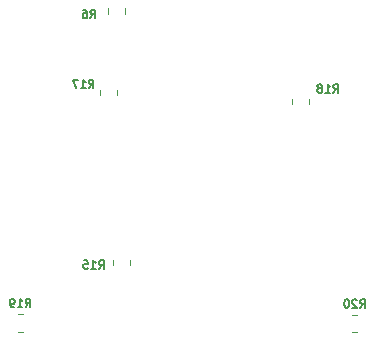
<source format=gbo>
G04 #@! TF.GenerationSoftware,KiCad,Pcbnew,(6.0.6)*
G04 #@! TF.CreationDate,2023-08-29T14:37:19+02:00*
G04 #@! TF.ProjectId,digital-isolator-2t6r,64696769-7461-46c2-9d69-736f6c61746f,rev?*
G04 #@! TF.SameCoordinates,Original*
G04 #@! TF.FileFunction,Legend,Bot*
G04 #@! TF.FilePolarity,Positive*
%FSLAX46Y46*%
G04 Gerber Fmt 4.6, Leading zero omitted, Abs format (unit mm)*
G04 Created by KiCad (PCBNEW (6.0.6)) date 2023-08-29 14:37:19*
%MOMM*%
%LPD*%
G01*
G04 APERTURE LIST*
%ADD10C,0.150000*%
%ADD11C,0.120000*%
%ADD12C,3.200000*%
%ADD13R,1.700000X1.700000*%
%ADD14O,1.700000X1.700000*%
G04 APERTURE END LIST*
D10*
X125570000Y-43396666D02*
X125803333Y-43063333D01*
X125970000Y-43396666D02*
X125970000Y-42696666D01*
X125703333Y-42696666D01*
X125636666Y-42730000D01*
X125603333Y-42763333D01*
X125570000Y-42830000D01*
X125570000Y-42930000D01*
X125603333Y-42996666D01*
X125636666Y-43030000D01*
X125703333Y-43063333D01*
X125970000Y-43063333D01*
X124903333Y-43396666D02*
X125303333Y-43396666D01*
X125103333Y-43396666D02*
X125103333Y-42696666D01*
X125170000Y-42796666D01*
X125236666Y-42863333D01*
X125303333Y-42896666D01*
X124503333Y-42996666D02*
X124570000Y-42963333D01*
X124603333Y-42930000D01*
X124636666Y-42863333D01*
X124636666Y-42830000D01*
X124603333Y-42763333D01*
X124570000Y-42730000D01*
X124503333Y-42696666D01*
X124370000Y-42696666D01*
X124303333Y-42730000D01*
X124270000Y-42763333D01*
X124236666Y-42830000D01*
X124236666Y-42863333D01*
X124270000Y-42930000D01*
X124303333Y-42963333D01*
X124370000Y-42996666D01*
X124503333Y-42996666D01*
X124570000Y-43030000D01*
X124603333Y-43063333D01*
X124636666Y-43130000D01*
X124636666Y-43263333D01*
X124603333Y-43330000D01*
X124570000Y-43363333D01*
X124503333Y-43396666D01*
X124370000Y-43396666D01*
X124303333Y-43363333D01*
X124270000Y-43330000D01*
X124236666Y-43263333D01*
X124236666Y-43130000D01*
X124270000Y-43063333D01*
X124303333Y-43030000D01*
X124370000Y-42996666D01*
X105730000Y-58286666D02*
X105963333Y-57953333D01*
X106130000Y-58286666D02*
X106130000Y-57586666D01*
X105863333Y-57586666D01*
X105796666Y-57620000D01*
X105763333Y-57653333D01*
X105730000Y-57720000D01*
X105730000Y-57820000D01*
X105763333Y-57886666D01*
X105796666Y-57920000D01*
X105863333Y-57953333D01*
X106130000Y-57953333D01*
X105063333Y-58286666D02*
X105463333Y-58286666D01*
X105263333Y-58286666D02*
X105263333Y-57586666D01*
X105330000Y-57686666D01*
X105396666Y-57753333D01*
X105463333Y-57786666D01*
X104430000Y-57586666D02*
X104763333Y-57586666D01*
X104796666Y-57920000D01*
X104763333Y-57886666D01*
X104696666Y-57853333D01*
X104530000Y-57853333D01*
X104463333Y-57886666D01*
X104430000Y-57920000D01*
X104396666Y-57986666D01*
X104396666Y-58153333D01*
X104430000Y-58220000D01*
X104463333Y-58253333D01*
X104530000Y-58286666D01*
X104696666Y-58286666D01*
X104763333Y-58253333D01*
X104796666Y-58220000D01*
X104870000Y-42976666D02*
X105103333Y-42643333D01*
X105270000Y-42976666D02*
X105270000Y-42276666D01*
X105003333Y-42276666D01*
X104936666Y-42310000D01*
X104903333Y-42343333D01*
X104870000Y-42410000D01*
X104870000Y-42510000D01*
X104903333Y-42576666D01*
X104936666Y-42610000D01*
X105003333Y-42643333D01*
X105270000Y-42643333D01*
X104203333Y-42976666D02*
X104603333Y-42976666D01*
X104403333Y-42976666D02*
X104403333Y-42276666D01*
X104470000Y-42376666D01*
X104536666Y-42443333D01*
X104603333Y-42476666D01*
X103970000Y-42276666D02*
X103503333Y-42276666D01*
X103803333Y-42976666D01*
X99520000Y-61546666D02*
X99753333Y-61213333D01*
X99920000Y-61546666D02*
X99920000Y-60846666D01*
X99653333Y-60846666D01*
X99586666Y-60880000D01*
X99553333Y-60913333D01*
X99520000Y-60980000D01*
X99520000Y-61080000D01*
X99553333Y-61146666D01*
X99586666Y-61180000D01*
X99653333Y-61213333D01*
X99920000Y-61213333D01*
X98853333Y-61546666D02*
X99253333Y-61546666D01*
X99053333Y-61546666D02*
X99053333Y-60846666D01*
X99120000Y-60946666D01*
X99186666Y-61013333D01*
X99253333Y-61046666D01*
X98520000Y-61546666D02*
X98386666Y-61546666D01*
X98320000Y-61513333D01*
X98286666Y-61480000D01*
X98220000Y-61380000D01*
X98186666Y-61246666D01*
X98186666Y-60980000D01*
X98220000Y-60913333D01*
X98253333Y-60880000D01*
X98320000Y-60846666D01*
X98453333Y-60846666D01*
X98520000Y-60880000D01*
X98553333Y-60913333D01*
X98586666Y-60980000D01*
X98586666Y-61146666D01*
X98553333Y-61213333D01*
X98520000Y-61246666D01*
X98453333Y-61280000D01*
X98320000Y-61280000D01*
X98253333Y-61246666D01*
X98220000Y-61213333D01*
X98186666Y-61146666D01*
X127830000Y-61596666D02*
X128063333Y-61263333D01*
X128230000Y-61596666D02*
X128230000Y-60896666D01*
X127963333Y-60896666D01*
X127896666Y-60930000D01*
X127863333Y-60963333D01*
X127830000Y-61030000D01*
X127830000Y-61130000D01*
X127863333Y-61196666D01*
X127896666Y-61230000D01*
X127963333Y-61263333D01*
X128230000Y-61263333D01*
X127563333Y-60963333D02*
X127530000Y-60930000D01*
X127463333Y-60896666D01*
X127296666Y-60896666D01*
X127230000Y-60930000D01*
X127196666Y-60963333D01*
X127163333Y-61030000D01*
X127163333Y-61096666D01*
X127196666Y-61196666D01*
X127596666Y-61596666D01*
X127163333Y-61596666D01*
X126730000Y-60896666D02*
X126663333Y-60896666D01*
X126596666Y-60930000D01*
X126563333Y-60963333D01*
X126530000Y-61030000D01*
X126496666Y-61163333D01*
X126496666Y-61330000D01*
X126530000Y-61463333D01*
X126563333Y-61530000D01*
X126596666Y-61563333D01*
X126663333Y-61596666D01*
X126730000Y-61596666D01*
X126796666Y-61563333D01*
X126830000Y-61530000D01*
X126863333Y-61463333D01*
X126896666Y-61330000D01*
X126896666Y-61163333D01*
X126863333Y-61030000D01*
X126830000Y-60963333D01*
X126796666Y-60930000D01*
X126730000Y-60896666D01*
X105016666Y-37066666D02*
X105250000Y-36733333D01*
X105416666Y-37066666D02*
X105416666Y-36366666D01*
X105150000Y-36366666D01*
X105083333Y-36400000D01*
X105050000Y-36433333D01*
X105016666Y-36500000D01*
X105016666Y-36600000D01*
X105050000Y-36666666D01*
X105083333Y-36700000D01*
X105150000Y-36733333D01*
X105416666Y-36733333D01*
X104416666Y-36366666D02*
X104550000Y-36366666D01*
X104616666Y-36400000D01*
X104650000Y-36433333D01*
X104716666Y-36533333D01*
X104750000Y-36666666D01*
X104750000Y-36933333D01*
X104716666Y-37000000D01*
X104683333Y-37033333D01*
X104616666Y-37066666D01*
X104483333Y-37066666D01*
X104416666Y-37033333D01*
X104383333Y-37000000D01*
X104350000Y-36933333D01*
X104350000Y-36766666D01*
X104383333Y-36700000D01*
X104416666Y-36666666D01*
X104483333Y-36633333D01*
X104616666Y-36633333D01*
X104683333Y-36666666D01*
X104716666Y-36700000D01*
X104750000Y-36766666D01*
D11*
X123545000Y-44347064D02*
X123545000Y-43892936D01*
X122075000Y-44347064D02*
X122075000Y-43892936D01*
X108385000Y-57522936D02*
X108385000Y-57977064D01*
X106915000Y-57522936D02*
X106915000Y-57977064D01*
X107275000Y-43162936D02*
X107275000Y-43617064D01*
X105805000Y-43162936D02*
X105805000Y-43617064D01*
X99297064Y-62145000D02*
X98842936Y-62145000D01*
X99297064Y-63615000D02*
X98842936Y-63615000D01*
X127607064Y-62195000D02*
X127152936Y-62195000D01*
X127607064Y-63665000D02*
X127152936Y-63665000D01*
X106475000Y-36242936D02*
X106475000Y-36697064D01*
X107945000Y-36242936D02*
X107945000Y-36697064D01*
%LPC*%
D12*
X136420000Y-25850000D03*
D13*
X99050000Y-53275000D03*
D14*
X96510000Y-53275000D03*
X99050000Y-50735000D03*
X96510000Y-50735000D03*
X99050000Y-48195000D03*
X96510000Y-48195000D03*
X99050000Y-45655000D03*
X96510000Y-45655000D03*
X99050000Y-43115000D03*
X96510000Y-43115000D03*
X99050000Y-40575000D03*
X96510000Y-40575000D03*
X99050000Y-38035000D03*
X96510000Y-38035000D03*
X99050000Y-35495000D03*
X96510000Y-35495000D03*
D12*
X136420000Y-61850000D03*
D13*
X132800000Y-35475000D03*
D14*
X135340000Y-35475000D03*
X132800000Y-38015000D03*
X135340000Y-38015000D03*
X132800000Y-40555000D03*
X135340000Y-40555000D03*
X132800000Y-43095000D03*
X135340000Y-43095000D03*
X132800000Y-45635000D03*
X135340000Y-45635000D03*
X132800000Y-48175000D03*
X135340000Y-48175000D03*
X132800000Y-50715000D03*
X135340000Y-50715000D03*
X132800000Y-53255000D03*
X135340000Y-53255000D03*
G36*
G01*
X123260000Y-45720000D02*
X122360000Y-45720000D01*
G75*
G02*
X122110000Y-45470000I0J250000D01*
G01*
X122110000Y-44770000D01*
G75*
G02*
X122360000Y-44520000I250000J0D01*
G01*
X123260000Y-44520000D01*
G75*
G02*
X123510000Y-44770000I0J-250000D01*
G01*
X123510000Y-45470000D01*
G75*
G02*
X123260000Y-45720000I-250000J0D01*
G01*
G37*
G36*
G01*
X123260000Y-43720000D02*
X122360000Y-43720000D01*
G75*
G02*
X122110000Y-43470000I0J250000D01*
G01*
X122110000Y-42770000D01*
G75*
G02*
X122360000Y-42520000I250000J0D01*
G01*
X123260000Y-42520000D01*
G75*
G02*
X123510000Y-42770000I0J-250000D01*
G01*
X123510000Y-43470000D01*
G75*
G02*
X123260000Y-43720000I-250000J0D01*
G01*
G37*
G36*
G01*
X107200000Y-56150000D02*
X108100000Y-56150000D01*
G75*
G02*
X108350000Y-56400000I0J-250000D01*
G01*
X108350000Y-57100000D01*
G75*
G02*
X108100000Y-57350000I-250000J0D01*
G01*
X107200000Y-57350000D01*
G75*
G02*
X106950000Y-57100000I0J250000D01*
G01*
X106950000Y-56400000D01*
G75*
G02*
X107200000Y-56150000I250000J0D01*
G01*
G37*
G36*
G01*
X107200000Y-58150000D02*
X108100000Y-58150000D01*
G75*
G02*
X108350000Y-58400000I0J-250000D01*
G01*
X108350000Y-59100000D01*
G75*
G02*
X108100000Y-59350000I-250000J0D01*
G01*
X107200000Y-59350000D01*
G75*
G02*
X106950000Y-59100000I0J250000D01*
G01*
X106950000Y-58400000D01*
G75*
G02*
X107200000Y-58150000I250000J0D01*
G01*
G37*
G36*
G01*
X106090000Y-41790000D02*
X106990000Y-41790000D01*
G75*
G02*
X107240000Y-42040000I0J-250000D01*
G01*
X107240000Y-42740000D01*
G75*
G02*
X106990000Y-42990000I-250000J0D01*
G01*
X106090000Y-42990000D01*
G75*
G02*
X105840000Y-42740000I0J250000D01*
G01*
X105840000Y-42040000D01*
G75*
G02*
X106090000Y-41790000I250000J0D01*
G01*
G37*
G36*
G01*
X106090000Y-43790000D02*
X106990000Y-43790000D01*
G75*
G02*
X107240000Y-44040000I0J-250000D01*
G01*
X107240000Y-44740000D01*
G75*
G02*
X106990000Y-44990000I-250000J0D01*
G01*
X106090000Y-44990000D01*
G75*
G02*
X105840000Y-44740000I0J250000D01*
G01*
X105840000Y-44040000D01*
G75*
G02*
X106090000Y-43790000I250000J0D01*
G01*
G37*
G36*
G01*
X100670000Y-62430000D02*
X100670000Y-63330000D01*
G75*
G02*
X100420000Y-63580000I-250000J0D01*
G01*
X99720000Y-63580000D01*
G75*
G02*
X99470000Y-63330000I0J250000D01*
G01*
X99470000Y-62430000D01*
G75*
G02*
X99720000Y-62180000I250000J0D01*
G01*
X100420000Y-62180000D01*
G75*
G02*
X100670000Y-62430000I0J-250000D01*
G01*
G37*
G36*
G01*
X98670000Y-62430000D02*
X98670000Y-63330000D01*
G75*
G02*
X98420000Y-63580000I-250000J0D01*
G01*
X97720000Y-63580000D01*
G75*
G02*
X97470000Y-63330000I0J250000D01*
G01*
X97470000Y-62430000D01*
G75*
G02*
X97720000Y-62180000I250000J0D01*
G01*
X98420000Y-62180000D01*
G75*
G02*
X98670000Y-62430000I0J-250000D01*
G01*
G37*
G36*
G01*
X128980000Y-62480000D02*
X128980000Y-63380000D01*
G75*
G02*
X128730000Y-63630000I-250000J0D01*
G01*
X128030000Y-63630000D01*
G75*
G02*
X127780000Y-63380000I0J250000D01*
G01*
X127780000Y-62480000D01*
G75*
G02*
X128030000Y-62230000I250000J0D01*
G01*
X128730000Y-62230000D01*
G75*
G02*
X128980000Y-62480000I0J-250000D01*
G01*
G37*
G36*
G01*
X126980000Y-62480000D02*
X126980000Y-63380000D01*
G75*
G02*
X126730000Y-63630000I-250000J0D01*
G01*
X126030000Y-63630000D01*
G75*
G02*
X125780000Y-63380000I0J250000D01*
G01*
X125780000Y-62480000D01*
G75*
G02*
X126030000Y-62230000I250000J0D01*
G01*
X126730000Y-62230000D01*
G75*
G02*
X126980000Y-62480000I0J-250000D01*
G01*
G37*
G36*
G01*
X106760000Y-34870000D02*
X107660000Y-34870000D01*
G75*
G02*
X107910000Y-35120000I0J-250000D01*
G01*
X107910000Y-35820000D01*
G75*
G02*
X107660000Y-36070000I-250000J0D01*
G01*
X106760000Y-36070000D01*
G75*
G02*
X106510000Y-35820000I0J250000D01*
G01*
X106510000Y-35120000D01*
G75*
G02*
X106760000Y-34870000I250000J0D01*
G01*
G37*
G36*
G01*
X106760000Y-36870000D02*
X107660000Y-36870000D01*
G75*
G02*
X107910000Y-37120000I0J-250000D01*
G01*
X107910000Y-37820000D01*
G75*
G02*
X107660000Y-38070000I-250000J0D01*
G01*
X106760000Y-38070000D01*
G75*
G02*
X106510000Y-37820000I0J250000D01*
G01*
X106510000Y-37120000D01*
G75*
G02*
X106760000Y-36870000I250000J0D01*
G01*
G37*
M02*

</source>
